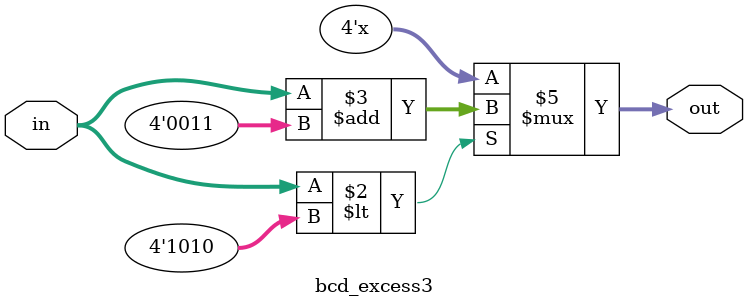
<source format=v>
module bcd_excess3(in,out);
input [3:0]in;
output reg [3:0]out;
integer i;
always @(*)begin
	 	if(in<4'b1010)begin
			out=in+4'b0011;
		end
		else begin
			out=4'bxxxx;
		end
end
endmodule

</source>
